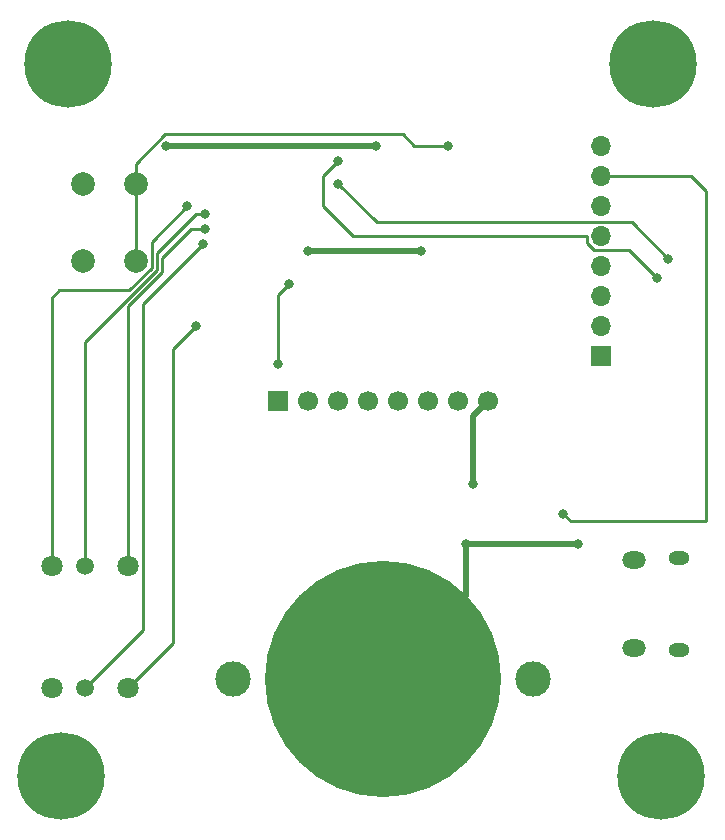
<source format=gbr>
%TF.GenerationSoftware,KiCad,Pcbnew,(5.99.0-3294-g9c46e491e)*%
%TF.CreationDate,2020-11-17T05:13:20-05:00*%
%TF.ProjectId,mobile-tag,6d6f6269-6c65-42d7-9461-672e6b696361,rev?*%
%TF.SameCoordinates,Original*%
%TF.FileFunction,Copper,L2,Bot*%
%TF.FilePolarity,Positive*%
%FSLAX46Y46*%
G04 Gerber Fmt 4.6, Leading zero omitted, Abs format (unit mm)*
G04 Created by KiCad (PCBNEW (5.99.0-3294-g9c46e491e)) date 2020-11-17 05:13:20*
%MOMM*%
%LPD*%
G01*
G04 APERTURE LIST*
%TA.AperFunction,ComponentPad*%
%ADD10R,1.700000X1.700000*%
%TD*%
%TA.AperFunction,ComponentPad*%
%ADD11C,1.700000*%
%TD*%
%TA.AperFunction,ComponentPad*%
%ADD12C,1.800000*%
%TD*%
%TA.AperFunction,ComponentPad*%
%ADD13C,1.500000*%
%TD*%
%TA.AperFunction,ComponentPad*%
%ADD14C,7.400000*%
%TD*%
%TA.AperFunction,ComponentPad*%
%ADD15O,1.800000X1.150000*%
%TD*%
%TA.AperFunction,ComponentPad*%
%ADD16O,2.000000X1.450000*%
%TD*%
%TA.AperFunction,ComponentPad*%
%ADD17O,1.700000X1.700000*%
%TD*%
%TA.AperFunction,ComponentPad*%
%ADD18C,2.000000*%
%TD*%
%TA.AperFunction,ComponentPad*%
%ADD19C,3.000000*%
%TD*%
%TA.AperFunction,SMDPad,CuDef*%
%ADD20C,20.000000*%
%TD*%
%TA.AperFunction,ViaPad*%
%ADD21C,0.800000*%
%TD*%
%TA.AperFunction,Conductor*%
%ADD22C,0.250000*%
%TD*%
%TA.AperFunction,Conductor*%
%ADD23C,0.508000*%
%TD*%
G04 APERTURE END LIST*
D10*
%TO.P,Display1,1,SDA*%
%TO.N,SDA{slash}I2C*%
X125095000Y-69850000D03*
D11*
%TO.P,Display1,2,SCK*%
%TO.N,SCL{slash}I2c*%
X127635000Y-69850000D03*
%TO.P,Display1,3,SAD*%
%TO.N,Net-(Display1-Pad3)*%
X130175000Y-69850000D03*
%TO.P,Display1,4,RST*%
%TO.N,Net-(Display1-Pad4)*%
X132715000Y-69850000D03*
%TO.P,Display1,5,CS*%
%TO.N,Net-(Display1-Pad5)*%
X135255000Y-69850000D03*
%TO.P,Display1,6,3.3V*%
%TO.N,+3V3*%
X137795000Y-69850000D03*
%TO.P,Display1,7,VIN*%
%TO.N,Net-(Display1-Pad7)*%
X140335000Y-69850000D03*
%TO.P,Display1,8,GND*%
%TO.N,GND*%
X142875000Y-69850000D03*
%TD*%
D12*
%TO.P,Nav_Switch1,1,A*%
%TO.N,SW_UP*%
X112395000Y-83820000D03*
D13*
%TO.P,Nav_Switch1,2,B*%
%TO.N,SW_LEFT*%
X108695000Y-83820000D03*
D12*
%TO.P,Nav_Switch1,3,C*%
%TO.N,SW_DOWN*%
X105895000Y-83820000D03*
%TO.P,Nav_Switch1,4,Common*%
%TO.N,GND*%
X105895000Y-94120000D03*
D13*
%TO.P,Nav_Switch1,5,D*%
%TO.N,SW_RIGHT*%
X108695000Y-94120000D03*
D12*
%TO.P,Nav_Switch1,6,Center*%
%TO.N,SW_SELECT*%
X112395000Y-94120000D03*
%TD*%
D14*
%TO.P,REF\u002A\u002A,2*%
%TO.N,N/C*%
X157480000Y-101600000D03*
%TD*%
%TO.P,,3*%
%TO.N,N/C*%
X156845000Y-41275000D03*
%TD*%
%TO.P,,4*%
%TO.N,N/C*%
X107315000Y-41275000D03*
%TD*%
D15*
%TO.P,J2,6,Shield*%
%TO.N,Net-(J2-Pad6)*%
X159003780Y-83118021D03*
D16*
X155203780Y-90718021D03*
D15*
X159003780Y-90868021D03*
D16*
X155203780Y-83268021D03*
%TD*%
D10*
%TO.P,BreakoutConnector1,1,Pin_1*%
%TO.N,Net-(BreakoutConnector1-Pad1)*%
X152400000Y-66040000D03*
D17*
%TO.P,BreakoutConnector1,2,Pin_2*%
%TO.N,Net-(BreakoutConnector1-Pad2)*%
X152400000Y-63500000D03*
%TO.P,BreakoutConnector1,3,Pin_3*%
%TO.N,Net-(BreakoutConnector1-Pad3)*%
X152400000Y-60960000D03*
%TO.P,BreakoutConnector1,4,Pin_4*%
%TO.N,Net-(BreakoutConnector1-Pad4)*%
X152400000Y-58420000D03*
%TO.P,BreakoutConnector1,5,Pin_5*%
%TO.N,Net-(BreakoutConnector1-Pad5)*%
X152400000Y-55880000D03*
%TO.P,BreakoutConnector1,6,Pin_6*%
%TO.N,Net-(BreakoutConnector1-Pad6)*%
X152400000Y-53340000D03*
%TO.P,BreakoutConnector1,7,Pin_7*%
%TO.N,+5V*%
X152400000Y-50800000D03*
%TO.P,BreakoutConnector1,8,Pin_8*%
%TO.N,GND*%
X152400000Y-48260000D03*
%TD*%
D14*
%TO.P,REF\u002A\u002A,1*%
%TO.N,N/C*%
X106680000Y-101600000D03*
%TD*%
D18*
%TO.P,RESET_SW1,1,1*%
%TO.N,~RESET*%
X113030000Y-51435000D03*
X113030000Y-57935000D03*
%TO.P,RESET_SW1,2,2*%
%TO.N,GND*%
X108530000Y-51435000D03*
X108530000Y-57935000D03*
%TD*%
D19*
%TO.P,PwrIn1,1,On*%
%TO.N,Net-(D1-Pad2)*%
X146685000Y-93345000D03*
X121285000Y-93345000D03*
D20*
%TO.P,PwrIn1,2,Gnd*%
%TO.N,GND*%
X133985000Y-93345000D03*
%TD*%
D21*
%TO.N,+5V*%
X149225000Y-79375000D03*
%TO.N,+3V3*%
X115570000Y-48260000D03*
X133350000Y-48260000D03*
%TO.N,SW_SELECT*%
X118110000Y-63500000D03*
%TO.N,GND*%
X150495000Y-81915000D03*
X140970000Y-81915000D03*
X141605000Y-76835000D03*
X137160000Y-57150000D03*
X127635000Y-57150000D03*
%TO.N,SW_RIGHT*%
X118745000Y-56515000D03*
%TO.N,SW_DOWN*%
X117348000Y-53340000D03*
%TO.N,SW_LEFT*%
X118872000Y-53975000D03*
%TO.N,SW_UP*%
X118872000Y-55245000D03*
%TO.N,SWD_CLK*%
X157115000Y-59420000D03*
X130175000Y-49530000D03*
%TO.N,SWD_DIO*%
X130175000Y-51435000D03*
X158115000Y-57785000D03*
%TO.N,SDA{slash}I2C*%
X125095000Y-66675000D03*
X125984000Y-59944000D03*
%TO.N,~RESET*%
X139432870Y-48210870D03*
%TD*%
D22*
%TO.N,+5V*%
X149860000Y-80010000D02*
X149225000Y-79375000D01*
X152400000Y-50800000D02*
X160020000Y-50800000D01*
X160020000Y-50800000D02*
X161290000Y-52070000D01*
X161290000Y-80010000D02*
X149860000Y-80010000D01*
X161290000Y-52070000D02*
X161290000Y-80010000D01*
D23*
%TO.N,+3V3*%
X115570000Y-48260000D02*
X133350000Y-48260000D01*
D22*
%TO.N,SW_SELECT*%
X116205000Y-65405000D02*
X118110000Y-63500000D01*
X112395000Y-94120000D02*
X116205000Y-90310000D01*
X116205000Y-90310000D02*
X116205000Y-65405000D01*
D23*
%TO.N,GND*%
X141605000Y-71120000D02*
X142875000Y-69850000D01*
X150495000Y-81915000D02*
X140970000Y-81915000D01*
X141605000Y-76835000D02*
X141605000Y-71120000D01*
D22*
X133985000Y-93345000D02*
X140970000Y-86360000D01*
D23*
X127635000Y-57150000D02*
X137160000Y-57150000D01*
X140970000Y-86360000D02*
X140970000Y-81915000D01*
D22*
%TO.N,SW_RIGHT*%
X113620001Y-89194999D02*
X113620001Y-61639999D01*
X113620001Y-61639999D02*
X118745000Y-56515000D01*
X108695000Y-94120000D02*
X113620001Y-89194999D01*
%TO.N,SW_DOWN*%
X106553000Y-60452000D02*
X105895000Y-61110000D01*
X114355001Y-56332999D02*
X114355001Y-58571001D01*
X105895000Y-61110000D02*
X105895000Y-83820000D01*
X112474002Y-60452000D02*
X106553000Y-60452000D01*
X114355001Y-58571001D02*
X112474002Y-60452000D01*
X117348000Y-53340000D02*
X114355001Y-56332999D01*
%TO.N,SW_LEFT*%
X108695000Y-64867412D02*
X108695000Y-83820000D01*
X114805011Y-58757401D02*
X108695000Y-64867412D01*
X118872000Y-53975000D02*
X118111410Y-53975000D01*
X114805011Y-57281399D02*
X114805011Y-58757401D01*
X118111410Y-53975000D02*
X114805011Y-57281399D01*
%TO.N,SW_UP*%
X118872000Y-55245000D02*
X117686308Y-55245000D01*
X115255021Y-58943801D02*
X112395000Y-61803822D01*
X115255021Y-57676287D02*
X115255021Y-58943801D01*
X112395000Y-61803822D02*
X112395000Y-83820000D01*
X117686308Y-55245000D02*
X115255021Y-57676287D01*
%TO.N,SWD_CLK*%
X151224999Y-56444001D02*
X151224999Y-55880000D01*
X128905000Y-50800000D02*
X130175000Y-49530000D01*
X157115000Y-59420000D02*
X154750001Y-57055001D01*
X151835999Y-57055001D02*
X151224999Y-56444001D01*
X131445000Y-55880000D02*
X128905000Y-53340000D01*
X151224999Y-55880000D02*
X131445000Y-55880000D01*
X128905000Y-53340000D02*
X128905000Y-50800000D01*
X154750001Y-57055001D02*
X151835999Y-57055001D01*
%TO.N,SWD_DIO*%
X133444999Y-54704999D02*
X130175000Y-51435000D01*
X155034999Y-54704999D02*
X133444999Y-54704999D01*
X158115000Y-57785000D02*
X155034999Y-54704999D01*
%TO.N,SDA{slash}I2C*%
X125095000Y-60833000D02*
X125095000Y-66675000D01*
X125984000Y-59944000D02*
X125095000Y-60833000D01*
%TO.N,~RESET*%
X136602870Y-48210870D02*
X135636000Y-47244000D01*
X139432870Y-48210870D02*
X136602870Y-48210870D01*
X113030000Y-49726998D02*
X113030000Y-51435000D01*
X135636000Y-47244000D02*
X115512998Y-47244000D01*
X115512998Y-47244000D02*
X113030000Y-49726998D01*
X113030000Y-51435000D02*
X113030000Y-57935000D01*
%TD*%
M02*

</source>
